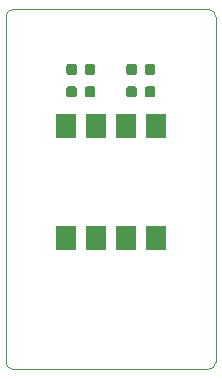
<source format=gbr>
%TF.GenerationSoftware,KiCad,Pcbnew,5.1.5+dfsg1-2~bpo10+1*%
%TF.CreationDate,Date%
%TF.ProjectId,ProMicro_ANA,50726f4d-6963-4726-9f5f-414e412e6b69,v1.0*%
%TF.SameCoordinates,Original*%
%TF.FileFunction,Paste,Top*%
%TF.FilePolarity,Positive*%
%FSLAX45Y45*%
G04 Gerber Fmt 4.5, Leading zero omitted, Abs format (unit mm)*
G04 Created by KiCad*
%MOMM*%
%LPD*%
G04 APERTURE LIST*
%ADD10C,0.100000*%
%ADD11C,0.150000*%
%ADD12R,1.780000X2.000000*%
G04 APERTURE END LIST*
D10*
X-63500Y-127000D02*
G75*
G02X-127000Y-63500I0J63500D01*
G01*
X1651000Y-63500D02*
G75*
G02X1587500Y-127000I-63500J0D01*
G01*
X1587500Y2921000D02*
G75*
G02X1651000Y2857500I0J-63500D01*
G01*
X-127000Y2857500D02*
G75*
G02X-63500Y2921000I63500J0D01*
G01*
X-127000Y-63500D02*
X-127000Y2857500D01*
X1587500Y-127000D02*
X-63500Y-127000D01*
X1651000Y2857500D02*
X1651000Y-63500D01*
X-63500Y2921000D02*
X1587500Y2921000D01*
D11*
G36*
X961269Y2460395D02*
G01*
X963393Y2460080D01*
X965475Y2459558D01*
X967496Y2458835D01*
X969437Y2457917D01*
X971278Y2456813D01*
X973002Y2455535D01*
X974593Y2454093D01*
X976035Y2452502D01*
X977313Y2450778D01*
X978417Y2448937D01*
X979335Y2446996D01*
X980058Y2444975D01*
X980580Y2442893D01*
X980895Y2440769D01*
X981000Y2438625D01*
X981000Y2387375D01*
X980895Y2385231D01*
X980580Y2383107D01*
X980058Y2381025D01*
X979335Y2379004D01*
X978417Y2377063D01*
X977313Y2375222D01*
X976035Y2373498D01*
X974593Y2371907D01*
X973002Y2370465D01*
X971278Y2369187D01*
X969437Y2368083D01*
X967496Y2367165D01*
X965475Y2366442D01*
X963393Y2365920D01*
X961269Y2365605D01*
X959125Y2365500D01*
X915375Y2365500D01*
X913231Y2365605D01*
X911107Y2365920D01*
X909025Y2366442D01*
X907004Y2367165D01*
X905063Y2368083D01*
X903222Y2369187D01*
X901498Y2370465D01*
X899907Y2371907D01*
X898465Y2373498D01*
X897187Y2375222D01*
X896083Y2377063D01*
X895165Y2379004D01*
X894442Y2381025D01*
X893920Y2383107D01*
X893605Y2385231D01*
X893500Y2387375D01*
X893500Y2438625D01*
X893605Y2440769D01*
X893920Y2442893D01*
X894442Y2444975D01*
X895165Y2446996D01*
X896083Y2448937D01*
X897187Y2450778D01*
X898465Y2452502D01*
X899907Y2454093D01*
X901498Y2455535D01*
X903222Y2456813D01*
X905063Y2457917D01*
X907004Y2458835D01*
X909025Y2459558D01*
X911107Y2460080D01*
X913231Y2460395D01*
X915375Y2460500D01*
X959125Y2460500D01*
X961269Y2460395D01*
G37*
G36*
X1118769Y2460395D02*
G01*
X1120893Y2460080D01*
X1122975Y2459558D01*
X1124996Y2458835D01*
X1126937Y2457917D01*
X1128778Y2456813D01*
X1130502Y2455535D01*
X1132093Y2454093D01*
X1133535Y2452502D01*
X1134813Y2450778D01*
X1135917Y2448937D01*
X1136835Y2446996D01*
X1137558Y2444975D01*
X1138080Y2442893D01*
X1138395Y2440769D01*
X1138500Y2438625D01*
X1138500Y2387375D01*
X1138395Y2385231D01*
X1138080Y2383107D01*
X1137558Y2381025D01*
X1136835Y2379004D01*
X1135917Y2377063D01*
X1134813Y2375222D01*
X1133535Y2373498D01*
X1132093Y2371907D01*
X1130502Y2370465D01*
X1128778Y2369187D01*
X1126937Y2368083D01*
X1124996Y2367165D01*
X1122975Y2366442D01*
X1120893Y2365920D01*
X1118769Y2365605D01*
X1116625Y2365500D01*
X1072875Y2365500D01*
X1070731Y2365605D01*
X1068607Y2365920D01*
X1066525Y2366442D01*
X1064504Y2367165D01*
X1062563Y2368083D01*
X1060722Y2369187D01*
X1058998Y2370465D01*
X1057407Y2371907D01*
X1055965Y2373498D01*
X1054687Y2375222D01*
X1053583Y2377063D01*
X1052665Y2379004D01*
X1051942Y2381025D01*
X1051420Y2383107D01*
X1051105Y2385231D01*
X1051000Y2387375D01*
X1051000Y2438625D01*
X1051105Y2440769D01*
X1051420Y2442893D01*
X1051942Y2444975D01*
X1052665Y2446996D01*
X1053583Y2448937D01*
X1054687Y2450778D01*
X1055965Y2452502D01*
X1057407Y2454093D01*
X1058998Y2455535D01*
X1060722Y2456813D01*
X1062563Y2457917D01*
X1064504Y2458835D01*
X1066525Y2459558D01*
X1068607Y2460080D01*
X1070731Y2460395D01*
X1072875Y2460500D01*
X1116625Y2460500D01*
X1118769Y2460395D01*
G37*
G36*
X610769Y2460395D02*
G01*
X612893Y2460080D01*
X614975Y2459558D01*
X616996Y2458835D01*
X618937Y2457917D01*
X620778Y2456813D01*
X622502Y2455535D01*
X624093Y2454093D01*
X625535Y2452502D01*
X626813Y2450778D01*
X627917Y2448937D01*
X628835Y2446996D01*
X629558Y2444975D01*
X630080Y2442893D01*
X630395Y2440769D01*
X630500Y2438625D01*
X630500Y2387375D01*
X630395Y2385231D01*
X630080Y2383107D01*
X629558Y2381025D01*
X628835Y2379004D01*
X627917Y2377063D01*
X626813Y2375222D01*
X625535Y2373498D01*
X624093Y2371907D01*
X622502Y2370465D01*
X620778Y2369187D01*
X618937Y2368083D01*
X616996Y2367165D01*
X614975Y2366442D01*
X612893Y2365920D01*
X610769Y2365605D01*
X608625Y2365500D01*
X564875Y2365500D01*
X562731Y2365605D01*
X560607Y2365920D01*
X558525Y2366442D01*
X556504Y2367165D01*
X554563Y2368083D01*
X552722Y2369187D01*
X550998Y2370465D01*
X549407Y2371907D01*
X547965Y2373498D01*
X546687Y2375222D01*
X545583Y2377063D01*
X544665Y2379004D01*
X543942Y2381025D01*
X543420Y2383107D01*
X543105Y2385231D01*
X543000Y2387375D01*
X543000Y2438625D01*
X543105Y2440769D01*
X543420Y2442893D01*
X543942Y2444975D01*
X544665Y2446996D01*
X545583Y2448937D01*
X546687Y2450778D01*
X547965Y2452502D01*
X549407Y2454093D01*
X550998Y2455535D01*
X552722Y2456813D01*
X554563Y2457917D01*
X556504Y2458835D01*
X558525Y2459558D01*
X560607Y2460080D01*
X562731Y2460395D01*
X564875Y2460500D01*
X608625Y2460500D01*
X610769Y2460395D01*
G37*
G36*
X453269Y2460395D02*
G01*
X455393Y2460080D01*
X457475Y2459558D01*
X459496Y2458835D01*
X461437Y2457917D01*
X463278Y2456813D01*
X465002Y2455535D01*
X466593Y2454093D01*
X468035Y2452502D01*
X469313Y2450778D01*
X470417Y2448937D01*
X471335Y2446996D01*
X472058Y2444975D01*
X472580Y2442893D01*
X472895Y2440769D01*
X473000Y2438625D01*
X473000Y2387375D01*
X472895Y2385231D01*
X472580Y2383107D01*
X472058Y2381025D01*
X471335Y2379004D01*
X470417Y2377063D01*
X469313Y2375222D01*
X468035Y2373498D01*
X466593Y2371907D01*
X465002Y2370465D01*
X463278Y2369187D01*
X461437Y2368083D01*
X459496Y2367165D01*
X457475Y2366442D01*
X455393Y2365920D01*
X453269Y2365605D01*
X451125Y2365500D01*
X407375Y2365500D01*
X405231Y2365605D01*
X403107Y2365920D01*
X401025Y2366442D01*
X399004Y2367165D01*
X397063Y2368083D01*
X395222Y2369187D01*
X393498Y2370465D01*
X391907Y2371907D01*
X390465Y2373498D01*
X389187Y2375222D01*
X388083Y2377063D01*
X387165Y2379004D01*
X386442Y2381025D01*
X385920Y2383107D01*
X385605Y2385231D01*
X385500Y2387375D01*
X385500Y2438625D01*
X385605Y2440769D01*
X385920Y2442893D01*
X386442Y2444975D01*
X387165Y2446996D01*
X388083Y2448937D01*
X389187Y2450778D01*
X390465Y2452502D01*
X391907Y2454093D01*
X393498Y2455535D01*
X395222Y2456813D01*
X397063Y2457917D01*
X399004Y2458835D01*
X401025Y2459558D01*
X403107Y2460080D01*
X405231Y2460395D01*
X407375Y2460500D01*
X451125Y2460500D01*
X453269Y2460395D01*
G37*
G36*
X961269Y2269895D02*
G01*
X963393Y2269580D01*
X965475Y2269058D01*
X967496Y2268335D01*
X969437Y2267417D01*
X971278Y2266313D01*
X973002Y2265035D01*
X974593Y2263593D01*
X976035Y2262002D01*
X977313Y2260278D01*
X978417Y2258437D01*
X979335Y2256496D01*
X980058Y2254475D01*
X980580Y2252393D01*
X980895Y2250269D01*
X981000Y2248125D01*
X981000Y2196875D01*
X980895Y2194731D01*
X980580Y2192607D01*
X980058Y2190525D01*
X979335Y2188504D01*
X978417Y2186563D01*
X977313Y2184722D01*
X976035Y2182998D01*
X974593Y2181407D01*
X973002Y2179965D01*
X971278Y2178687D01*
X969437Y2177583D01*
X967496Y2176665D01*
X965475Y2175942D01*
X963393Y2175420D01*
X961269Y2175105D01*
X959125Y2175000D01*
X915375Y2175000D01*
X913231Y2175105D01*
X911107Y2175420D01*
X909025Y2175942D01*
X907004Y2176665D01*
X905063Y2177583D01*
X903222Y2178687D01*
X901498Y2179965D01*
X899907Y2181407D01*
X898465Y2182998D01*
X897187Y2184722D01*
X896083Y2186563D01*
X895165Y2188504D01*
X894442Y2190525D01*
X893920Y2192607D01*
X893605Y2194731D01*
X893500Y2196875D01*
X893500Y2248125D01*
X893605Y2250269D01*
X893920Y2252393D01*
X894442Y2254475D01*
X895165Y2256496D01*
X896083Y2258437D01*
X897187Y2260278D01*
X898465Y2262002D01*
X899907Y2263593D01*
X901498Y2265035D01*
X903222Y2266313D01*
X905063Y2267417D01*
X907004Y2268335D01*
X909025Y2269058D01*
X911107Y2269580D01*
X913231Y2269895D01*
X915375Y2270000D01*
X959125Y2270000D01*
X961269Y2269895D01*
G37*
G36*
X1118769Y2269895D02*
G01*
X1120893Y2269580D01*
X1122975Y2269058D01*
X1124996Y2268335D01*
X1126937Y2267417D01*
X1128778Y2266313D01*
X1130502Y2265035D01*
X1132093Y2263593D01*
X1133535Y2262002D01*
X1134813Y2260278D01*
X1135917Y2258437D01*
X1136835Y2256496D01*
X1137558Y2254475D01*
X1138080Y2252393D01*
X1138395Y2250269D01*
X1138500Y2248125D01*
X1138500Y2196875D01*
X1138395Y2194731D01*
X1138080Y2192607D01*
X1137558Y2190525D01*
X1136835Y2188504D01*
X1135917Y2186563D01*
X1134813Y2184722D01*
X1133535Y2182998D01*
X1132093Y2181407D01*
X1130502Y2179965D01*
X1128778Y2178687D01*
X1126937Y2177583D01*
X1124996Y2176665D01*
X1122975Y2175942D01*
X1120893Y2175420D01*
X1118769Y2175105D01*
X1116625Y2175000D01*
X1072875Y2175000D01*
X1070731Y2175105D01*
X1068607Y2175420D01*
X1066525Y2175942D01*
X1064504Y2176665D01*
X1062563Y2177583D01*
X1060722Y2178687D01*
X1058998Y2179965D01*
X1057407Y2181407D01*
X1055965Y2182998D01*
X1054687Y2184722D01*
X1053583Y2186563D01*
X1052665Y2188504D01*
X1051942Y2190525D01*
X1051420Y2192607D01*
X1051105Y2194731D01*
X1051000Y2196875D01*
X1051000Y2248125D01*
X1051105Y2250269D01*
X1051420Y2252393D01*
X1051942Y2254475D01*
X1052665Y2256496D01*
X1053583Y2258437D01*
X1054687Y2260278D01*
X1055965Y2262002D01*
X1057407Y2263593D01*
X1058998Y2265035D01*
X1060722Y2266313D01*
X1062563Y2267417D01*
X1064504Y2268335D01*
X1066525Y2269058D01*
X1068607Y2269580D01*
X1070731Y2269895D01*
X1072875Y2270000D01*
X1116625Y2270000D01*
X1118769Y2269895D01*
G37*
G36*
X453269Y2269895D02*
G01*
X455393Y2269580D01*
X457475Y2269058D01*
X459496Y2268335D01*
X461437Y2267417D01*
X463278Y2266313D01*
X465002Y2265035D01*
X466593Y2263593D01*
X468035Y2262002D01*
X469313Y2260278D01*
X470417Y2258437D01*
X471335Y2256496D01*
X472058Y2254475D01*
X472580Y2252393D01*
X472895Y2250269D01*
X473000Y2248125D01*
X473000Y2196875D01*
X472895Y2194731D01*
X472580Y2192607D01*
X472058Y2190525D01*
X471335Y2188504D01*
X470417Y2186563D01*
X469313Y2184722D01*
X468035Y2182998D01*
X466593Y2181407D01*
X465002Y2179965D01*
X463278Y2178687D01*
X461437Y2177583D01*
X459496Y2176665D01*
X457475Y2175942D01*
X455393Y2175420D01*
X453269Y2175105D01*
X451125Y2175000D01*
X407375Y2175000D01*
X405231Y2175105D01*
X403107Y2175420D01*
X401025Y2175942D01*
X399004Y2176665D01*
X397063Y2177583D01*
X395222Y2178687D01*
X393498Y2179965D01*
X391907Y2181407D01*
X390465Y2182998D01*
X389187Y2184722D01*
X388083Y2186563D01*
X387165Y2188504D01*
X386442Y2190525D01*
X385920Y2192607D01*
X385605Y2194731D01*
X385500Y2196875D01*
X385500Y2248125D01*
X385605Y2250269D01*
X385920Y2252393D01*
X386442Y2254475D01*
X387165Y2256496D01*
X388083Y2258437D01*
X389187Y2260278D01*
X390465Y2262002D01*
X391907Y2263593D01*
X393498Y2265035D01*
X395222Y2266313D01*
X397063Y2267417D01*
X399004Y2268335D01*
X401025Y2269058D01*
X403107Y2269580D01*
X405231Y2269895D01*
X407375Y2270000D01*
X451125Y2270000D01*
X453269Y2269895D01*
G37*
G36*
X610769Y2269895D02*
G01*
X612893Y2269580D01*
X614975Y2269058D01*
X616996Y2268335D01*
X618937Y2267417D01*
X620778Y2266313D01*
X622502Y2265035D01*
X624093Y2263593D01*
X625535Y2262002D01*
X626813Y2260278D01*
X627917Y2258437D01*
X628835Y2256496D01*
X629558Y2254475D01*
X630080Y2252393D01*
X630395Y2250269D01*
X630500Y2248125D01*
X630500Y2196875D01*
X630395Y2194731D01*
X630080Y2192607D01*
X629558Y2190525D01*
X628835Y2188504D01*
X627917Y2186563D01*
X626813Y2184722D01*
X625535Y2182998D01*
X624093Y2181407D01*
X622502Y2179965D01*
X620778Y2178687D01*
X618937Y2177583D01*
X616996Y2176665D01*
X614975Y2175942D01*
X612893Y2175420D01*
X610769Y2175105D01*
X608625Y2175000D01*
X564875Y2175000D01*
X562731Y2175105D01*
X560607Y2175420D01*
X558525Y2175942D01*
X556504Y2176665D01*
X554563Y2177583D01*
X552722Y2178687D01*
X550998Y2179965D01*
X549407Y2181407D01*
X547965Y2182998D01*
X546687Y2184722D01*
X545583Y2186563D01*
X544665Y2188504D01*
X543942Y2190525D01*
X543420Y2192607D01*
X543105Y2194731D01*
X543000Y2196875D01*
X543000Y2248125D01*
X543105Y2250269D01*
X543420Y2252393D01*
X543942Y2254475D01*
X544665Y2256496D01*
X545583Y2258437D01*
X546687Y2260278D01*
X547965Y2262002D01*
X549407Y2263593D01*
X550998Y2265035D01*
X552722Y2266313D01*
X554563Y2267417D01*
X556504Y2268335D01*
X558525Y2269058D01*
X560607Y2269580D01*
X562731Y2269895D01*
X564875Y2270000D01*
X608625Y2270000D01*
X610769Y2269895D01*
G37*
D12*
X1143000Y984000D03*
X381000Y1937000D03*
X889000Y984000D03*
X635000Y1937000D03*
X635000Y984000D03*
X889000Y1937000D03*
X381000Y984000D03*
X1143000Y1937000D03*
M02*

</source>
